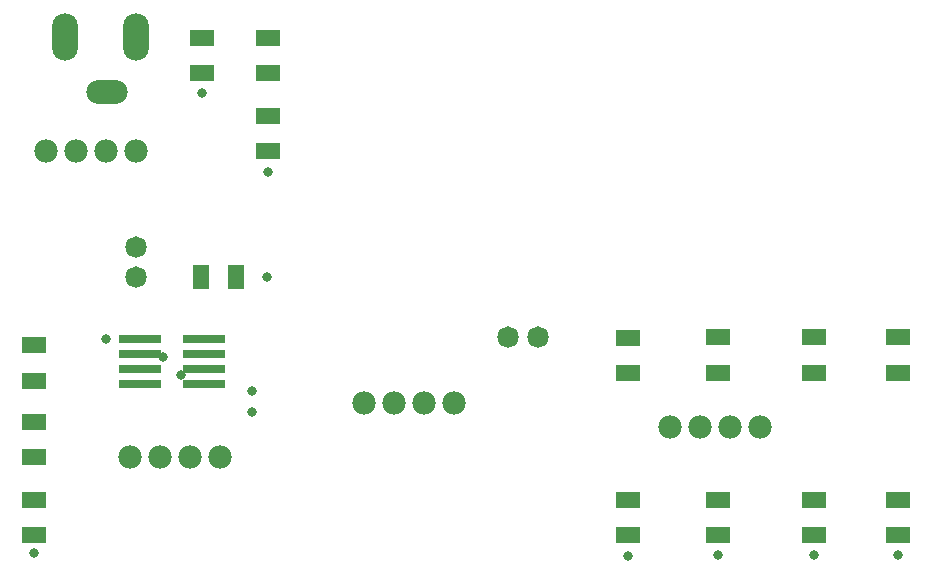
<source format=gts>
G04*
G04 #@! TF.GenerationSoftware,Altium Limited,Altium Designer,21.1.1 (26)*
G04*
G04 Layer_Color=8388736*
%FSLAX25Y25*%
%MOIN*%
G70*
G04*
G04 #@! TF.SameCoordinates,E00B1EB5-E982-4F3D-9705-A7A521AA3BB6*
G04*
G04*
G04 #@! TF.FilePolarity,Negative*
G04*
G01*
G75*
%ADD22C,0.00000*%
%ADD23R,0.14186X0.03162*%
%ADD24R,0.07900X0.05200*%
%ADD25R,0.05200X0.07900*%
%ADD26C,0.07800*%
%ADD27C,0.07178*%
%ADD28O,0.13792X0.07887*%
%ADD29O,0.08674X0.15761*%
%ADD30C,0.03300*%
D22*
X193390Y80000D02*
G03*
X193390Y80000I-3390J0D01*
G01*
X183390D02*
G03*
X183390Y80000I-3390J0D01*
G01*
X59390Y100000D02*
G03*
X59390Y100000I-3390J0D01*
G01*
Y110000D02*
G03*
X59390Y110000I-3390J0D01*
G01*
D23*
X57370Y79500D02*
D03*
Y74500D02*
D03*
Y69500D02*
D03*
Y64500D02*
D03*
X78630D02*
D03*
Y69500D02*
D03*
Y74500D02*
D03*
Y79500D02*
D03*
D24*
X310000Y14100D02*
D03*
Y25900D02*
D03*
X282000Y14100D02*
D03*
Y25900D02*
D03*
X250000Y14100D02*
D03*
Y25900D02*
D03*
X220000Y14100D02*
D03*
Y25900D02*
D03*
X22000Y40100D02*
D03*
Y51900D02*
D03*
Y65500D02*
D03*
Y77300D02*
D03*
X100000Y142100D02*
D03*
Y153900D02*
D03*
Y179900D02*
D03*
Y168100D02*
D03*
X310000Y80000D02*
D03*
Y68200D02*
D03*
X282000Y80000D02*
D03*
Y68200D02*
D03*
X250000Y80000D02*
D03*
Y68200D02*
D03*
X220000Y79900D02*
D03*
Y68100D02*
D03*
X22000Y25900D02*
D03*
Y14100D02*
D03*
X78000Y179900D02*
D03*
Y168100D02*
D03*
D25*
X77600Y100000D02*
D03*
X89400D02*
D03*
D26*
X74000Y40000D02*
D03*
X84000D02*
D03*
X54000D02*
D03*
X64000D02*
D03*
X254000Y50000D02*
D03*
X264000D02*
D03*
X234000D02*
D03*
X244000D02*
D03*
X152000Y58000D02*
D03*
X162000D02*
D03*
X132000D02*
D03*
X142000D02*
D03*
X36000Y142000D02*
D03*
X26000D02*
D03*
X56000D02*
D03*
X46000D02*
D03*
D27*
X190000Y80000D02*
D03*
X180000D02*
D03*
X56000Y100000D02*
D03*
Y110000D02*
D03*
D28*
X46158Y161693D02*
D03*
D29*
X32378Y180000D02*
D03*
X56000D02*
D03*
D30*
X65000Y73500D02*
D03*
X71000Y67500D02*
D03*
X94500Y55000D02*
D03*
Y62000D02*
D03*
X310000Y7500D02*
D03*
X282000D02*
D03*
X250000D02*
D03*
X220000Y7000D02*
D03*
X46000Y79500D02*
D03*
X22000Y8000D02*
D03*
X78000Y161500D02*
D03*
X100000Y135000D02*
D03*
X99500Y100000D02*
D03*
M02*

</source>
